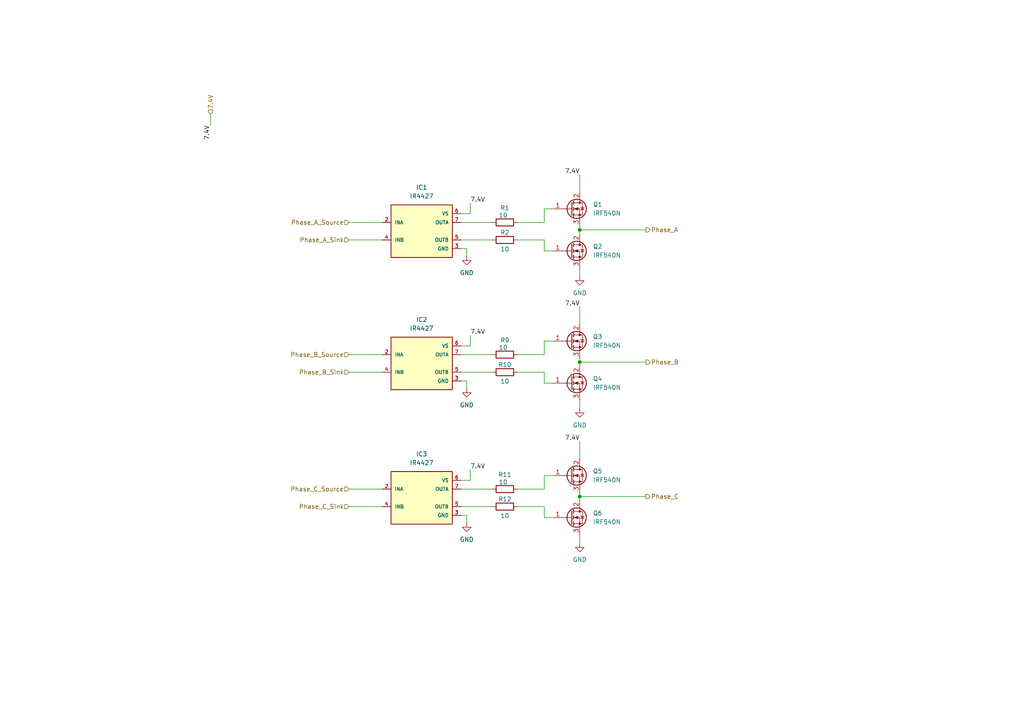
<source format=kicad_sch>
(kicad_sch (version 20230121) (generator eeschema)
  (paper "A4")
  (lib_symbols
    (symbol "Device:R" (pin_numbers hide) (pin_names (offset 0))
      (property "Reference" "R" (at 2.032 0 90))
      (property "Value" "R" (at 0 0 90))
      (symbol "R_0_1"
        (rectangle (start -1.016 -2.54) (end 1.016 2.54) (stroke (width 0.254)))
      )
      (symbol "R_1_1"
        (pin passive line (at 0 3.81 270) (length 1.27) (name "~") (number "1"))
        (pin passive line (at 0 -3.81 90) (length 1.27) (name "~") (number "2"))
      )
    )
    (symbol "SmallSat-Peripherals-Board:IR4427" (pin_names (offset 1.016))
      (property "Reference" "IC" (at -7.62 8.89 0))
      (property "Value" "IR4427" (at -7.62 -10.16 0))
      (symbol "IR4427_0_0"
        (rectangle (start -7.62 -7.62) (end 10.16 7.62) (stroke (width 0.254)) (fill (type background)))
        (pin input line (at -10.16 2.54 0) (length 2.54) (name "INA") (number "2"))
        (pin power_in line (at 12.7 -5.08 180) (length 2.54) (name "GND") (number "3"))
        (pin input line (at -10.16 -2.54 0) (length 2.54) (name "INB") (number "4"))
        (pin output line (at 12.7 -2.54 180) (length 2.54) (name "OUTB") (number "5"))
        (pin power_in line (at 12.7 5.08 180) (length 2.54) (name "VS") (number "6"))
        (pin output line (at 12.7 2.54 180) (length 2.54) (name "OUTA") (number "7"))
      )
    )
    (symbol "Transistor_FET:IRF540N" (pin_names hide)
      (property "Reference" "Q" (at 5.08 1.905 0))
      (property "Value" "IRF540N" (at 5.08 0 0))
      (symbol "IRF540N_0_1"
        (polyline (pts (xy 0.254 0) (xy -2.54 0)))
        (polyline (pts (xy 0.254 1.905) (xy 0.254 -1.905)) (stroke (width 0.254)))
        (polyline (pts (xy 0.762 -1.27) (xy 0.762 -2.286)) (stroke (width 0.254)))
        (polyline (pts (xy 0.762 0.508) (xy 0.762 -0.508)) (stroke (width 0.254)))
        (polyline (pts (xy 0.762 2.286) (xy 0.762 1.27)) (stroke (width 0.254)))
        (polyline (pts (xy 2.54 2.54) (xy 2.54 1.778)))
        (polyline (pts (xy 2.54 -2.54) (xy 2.54 0) (xy 0.762 0)))
        (polyline (pts (xy 0.762 -1.778) (xy 3.302 -1.778) (xy 3.302 1.778) (xy 0.762 1.778)))
        (polyline (pts (xy 1.016 0) (xy 2.032 0.381) (xy 2.032 -0.381) (xy 1.016 0)) (fill (type outline)))
        (polyline (pts (xy 2.794 0.508) (xy 2.921 0.381) (xy 3.683 0.381) (xy 3.81 0.254)))
        (polyline (pts (xy 3.302 0.381) (xy 2.921 -0.254) (xy 3.683 -0.254) (xy 3.302 0.381)))
        (circle (center 1.651 0) (radius 2.794) (stroke (width 0.254)))
        (circle (center 2.54 -1.778) (radius 0.254) (fill (type outline)))
        (circle (center 2.54 1.778) (radius 0.254) (fill (type outline)))
      )
      (symbol "IRF540N_1_1"
        (pin input line (at -5.08 0 0) (length 2.54) (name "G") (number "1"))
        (pin passive line (at 2.54 5.08 270) (length 2.54) (name "D") (number "2"))
        (pin passive line (at 2.54 -5.08 90) (length 2.54) (name "S") (number "3"))
      )
    )
    (symbol "power:GND" (power) (pin_names (offset 0))
      (property "Value" "GND" (at 0 -3.81 0))
      (symbol "GND_0_1"
        (polyline (pts (xy 0 0) (xy 0 -1.27) (xy 1.27 -1.27) (xy 0 -2.54) (xy -1.27 -1.27) (xy 0 -1.27)))
      )
      (symbol "GND_1_1"
        (pin power_in line (at 0 0 270) (length 0) hide (name "GND") (number "1"))
      )
    )
  )
  (junction (at 168.148 105.029))
  (junction (at 168.148 144.018))
  (junction (at 168.148 66.675))
  (wire (pts (xy 157.861 72.771) (xy 160.528 72.771)))
  (wire (pts (xy 133.731 139.319) (xy 136.398 139.319)))
  (wire (pts (xy 101.219 107.95) (xy 110.871 107.95)))
  (wire (pts (xy 168.148 104.013) (xy 168.148 105.029)))
  (wire (pts (xy 168.148 118.491) (xy 168.148 116.205)))
  (wire (pts (xy 133.731 146.939) (xy 142.621 146.939)))
  (wire (pts (xy 157.861 60.579) (xy 160.528 60.579)))
  (wire (pts (xy 168.148 143.002) (xy 168.148 144.018)))
  (wire (pts (xy 101.219 64.516) (xy 110.871 64.516)))
  (wire (pts (xy 150.241 107.95) (xy 157.861 107.95)))
  (wire (pts (xy 150.241 146.939) (xy 157.861 146.939)))
  (wire (pts (xy 157.861 64.516) (xy 157.861 60.579)))
  (wire (pts (xy 168.148 50.673) (xy 168.148 55.499)))
  (wire (pts (xy 168.148 105.029) (xy 187.325 105.029)))
  (wire (pts (xy 150.241 64.516) (xy 157.861 64.516)))
  (wire (pts (xy 133.731 69.596) (xy 142.621 69.596)))
  (wire (pts (xy 133.731 64.516) (xy 142.621 64.516)))
  (wire (pts (xy 168.148 157.48) (xy 168.148 155.194)))
  (wire (pts (xy 168.148 89.027) (xy 168.148 93.853)))
  (wire (pts (xy 168.148 66.675) (xy 168.148 67.691)))
  (wire (pts (xy 133.731 102.87) (xy 142.621 102.87)))
  (wire (pts (xy 61.087 33.147) (xy 61.087 36.322)))
  (wire (pts (xy 157.861 102.87) (xy 157.861 98.933)))
  (wire (pts (xy 133.731 72.136) (xy 135.382 72.136)))
  (wire (pts (xy 157.861 141.859) (xy 157.861 137.922)))
  (wire (pts (xy 168.148 66.675) (xy 187.325 66.675)))
  (wire (pts (xy 157.861 146.939) (xy 157.861 150.114)))
  (wire (pts (xy 136.398 139.319) (xy 136.398 136.271)))
  (wire (pts (xy 101.219 141.859) (xy 110.871 141.859)))
  (wire (pts (xy 135.382 72.136) (xy 135.382 74.295)))
  (wire (pts (xy 168.148 80.137) (xy 168.148 77.851)))
  (wire (pts (xy 150.241 102.87) (xy 157.861 102.87)))
  (wire (pts (xy 157.861 137.922) (xy 160.528 137.922)))
  (wire (pts (xy 168.148 128.016) (xy 168.148 132.842)))
  (wire (pts (xy 133.731 61.976) (xy 136.398 61.976)))
  (wire (pts (xy 101.219 102.87) (xy 110.871 102.87)))
  (wire (pts (xy 101.219 146.939) (xy 110.871 146.939)))
  (wire (pts (xy 157.861 150.114) (xy 160.528 150.114)))
  (wire (pts (xy 168.148 65.659) (xy 168.148 66.675)))
  (wire (pts (xy 135.382 149.479) (xy 135.382 151.638)))
  (wire (pts (xy 133.731 141.859) (xy 142.621 141.859)))
  (wire (pts (xy 136.398 100.33) (xy 136.398 97.282)))
  (wire (pts (xy 133.731 107.95) (xy 142.621 107.95)))
  (wire (pts (xy 168.148 105.029) (xy 168.148 106.045)))
  (wire (pts (xy 150.241 141.859) (xy 157.861 141.859)))
  (wire (pts (xy 133.731 110.49) (xy 135.382 110.49)))
  (wire (pts (xy 157.861 107.95) (xy 157.861 111.125)))
  (wire (pts (xy 133.731 100.33) (xy 136.398 100.33)))
  (wire (pts (xy 150.241 69.596) (xy 157.861 69.596)))
  (wire (pts (xy 157.861 98.933) (xy 160.528 98.933)))
  (wire (pts (xy 135.382 110.49) (xy 135.382 112.649)))
  (wire (pts (xy 168.148 144.018) (xy 187.325 144.018)))
  (wire (pts (xy 168.148 144.018) (xy 168.148 145.034)))
  (wire (pts (xy 101.219 69.596) (xy 110.871 69.596)))
  (wire (pts (xy 157.861 111.125) (xy 160.528 111.125)))
  (wire (pts (xy 133.731 149.479) (xy 135.382 149.479)))
  (wire (pts (xy 157.861 69.596) (xy 157.861 72.771)))
  (wire (pts (xy 136.398 61.976) (xy 136.398 58.928)))
  (label "7.4V" (at 136.398 58.928 0))
  (label "7.4V" (at 136.398 97.282 0))
  (label "7.4V" (at 61.087 36.322 270))
  (label "7.4V" (at 168.148 128.016 180))
  (label "7.4V" (at 168.148 89.027 180))
  (label "7.4V" (at 136.398 136.271 0))
  (label "7.4V" (at 168.148 50.673 180))
  (hierarchical_label "Phase_A_Sink" (shape input) (at 101.219 69.596 180))
  (hierarchical_label "Phase_C_Source" (shape input) (at 101.219 141.859 180))
  (hierarchical_label "Phase_B_Sink" (shape input) (at 101.219 107.95 180))
  (hierarchical_label "7.4V" (shape input) (at 61.087 33.147 90))
  (hierarchical_label "Phase_B_Source" (shape input) (at 101.219 102.87 180))
  (hierarchical_label "Phase_C_Sink" (shape input) (at 101.219 146.939 180))
  (hierarchical_label "Phase_A_Source" (shape input) (at 101.219 64.516 180))
  (hierarchical_label "Phase_B" (shape output) (at 187.325 105.029 0))
  (hierarchical_label "Phase_C" (shape output) (at 187.325 144.018 0))
  (hierarchical_label "Phase_A" (shape output) (at 187.325 66.675 0))
  (symbol (lib_id "SmallSat-Peripherals-Board:IR4427") (at 121.031 144.399 0) (unit 1)
    (property "Reference" "IC3" (at 122.301 131.699 0))
    (property "Value" "IR4427" (at 122.301 134.239 0))
    (property "Datasheet" "https://www.infineon.com/dgdl/ir4426.pdf?fileId=5546d462533600a4015355d60b491822" (effects hide))
    (property "MF" "Infineon Technologies" (effects hide))
    (property "Description" "\nLow-Side Gate Driver IC Non-Inverting 8-PDIP\n" (effects hide))
    (property "Package" "DIP-8 Infineon Technologies" (effects hide))
    (property "MPN" "IR4427STRPBF" (effects hide))
    (property "Price" "None" (effects hide))
    (property "OC_FARNELL" "8639094" (effects hide))
    (property "SnapEDA_Link" "https://www.snapeda.com/parts/IR4427/Infineon+Technologies/view-part/?ref=snap" (effects hide))
    (property "MP" "IR4427" (effects hide))
    (property "OC_NEWARK" "63J7933" (effects hide))
    (property "Availability" "In Stock" (effects hide))
    (property "Check_prices" "https://www.snapeda.com/parts/IR4427/Infineon+Technologies/view-part/?ref=eda" (effects hide))
  )
  (symbol (lib_id "power:GND") (at 168.148 157.48 0) (unit 1)
    (property "Reference" "#PWR011" (effects hide))
    (property "Value" "GND" (at 168.148 162.306 0))
  )
  (symbol (lib_id "Device:R") (at 146.431 107.95 90) (unit 1)
    (property "Reference" "R10" (at 146.431 105.791 90))
    (property "Value" "10" (at 146.431 110.617 90))
  )
  (symbol (lib_id "power:GND") (at 168.148 80.137 0) (unit 1)
    (property "Reference" "#PWR09" (effects hide))
    (property "Value" "GND" (at 168.148 84.963 0))
  )
  (symbol (lib_id "SmallSat-Peripherals-Board:IR4427") (at 121.031 67.056 0) (unit 1)
    (property "Reference" "IC1" (at 122.301 54.356 0))
    (property "Value" "IR4427" (at 122.301 56.896 0))
    (property "Datasheet" "https://www.infineon.com/dgdl/ir4426.pdf?fileId=5546d462533600a4015355d60b491822" (effects hide))
    (property "MF" "Infineon Technologies" (effects hide))
    (property "Description" "\nLow-Side Gate Driver IC Non-Inverting 8-PDIP\n" (effects hide))
    (property "Package" "DIP-8 Infineon Technologies" (effects hide))
    (property "MPN" "IR4427STRPBF" (effects hide))
    (property "Price" "None" (effects hide))
    (property "OC_FARNELL" "8639094" (effects hide))
    (property "SnapEDA_Link" "https://www.snapeda.com/parts/IR4427/Infineon+Technologies/view-part/?ref=snap" (effects hide))
    (property "MP" "IR4427" (effects hide))
    (property "OC_NEWARK" "63J7933" (effects hide))
    (property "Availability" "In Stock" (effects hide))
    (property "Check_prices" "https://www.snapeda.com/parts/IR4427/Infineon+Technologies/view-part/?ref=eda" (effects hide))
  )
  (symbol (lib_id "Transistor_FET:IRF540N") (at 165.608 150.114 0) (unit 1)
    (property "Reference" "Q6" (at 171.958 148.844 0) (effects (justify left)))
    (property "Value" "IRF540N" (at 171.958 151.384 0) (effects (justify left)))
    (property "Footprint" "Package_TO_SOT_THT:TO-220-3_Vertical" (effects hide))
    (property "Datasheet" "http://www.irf.com/product-info/datasheets/data/irf540n.pdf" (effects hide))
  )
  (symbol (lib_id "Device:R") (at 146.431 69.596 90) (unit 1)
    (property "Reference" "R2" (at 146.431 67.437 90))
    (property "Value" "10" (at 146.431 72.263 90))
  )
  (symbol (lib_id "Device:R") (at 146.431 141.859 90) (unit 1)
    (property "Reference" "R11" (at 146.431 137.668 90))
    (property "Value" "10 " (at 146.431 139.827 90))
  )
  (symbol (lib_id "Transistor_FET:IRF540N") (at 165.608 137.922 0) (unit 1)
    (property "Reference" "Q5" (at 171.958 136.652 0) (effects (justify left)))
    (property "Value" "IRF540N" (at 171.958 139.192 0) (effects (justify left)))
    (property "Footprint" "Package_TO_SOT_THT:TO-220-3_Vertical" (effects hide))
    (property "Datasheet" "http://www.irf.com/product-info/datasheets/data/irf540n.pdf" (effects hide))
  )
  (symbol (lib_id "power:GND") (at 135.382 112.649 0) (unit 1)
    (property "Reference" "#PWR04" (effects hide))
    (property "Value" "GND" (at 135.382 117.475 0))
  )
  (symbol (lib_id "power:GND") (at 135.382 151.638 0) (unit 1)
    (property "Reference" "#PWR08" (effects hide))
    (property "Value" "GND" (at 135.382 156.464 0))
  )
  (symbol (lib_id "Transistor_FET:IRF540N") (at 165.608 72.771 0) (unit 1)
    (property "Reference" "Q2" (at 171.958 71.501 0) (effects (justify left)))
    (property "Value" "IRF540N" (at 171.958 74.041 0) (effects (justify left)))
    (property "Footprint" "Package_TO_SOT_THT:TO-220-3_Vertical" (effects hide))
    (property "Datasheet" "http://www.irf.com/product-info/datasheets/data/irf540n.pdf" (effects hide))
  )
  (symbol (lib_id "power:GND") (at 135.382 74.295 0) (unit 1)
    (property "Reference" "#PWR03" (effects hide))
    (property "Value" "GND" (at 135.382 79.121 0))
  )
  (symbol (lib_id "SmallSat-Peripherals-Board:IR4427") (at 121.031 105.41 0) (unit 1)
    (property "Reference" "IC2" (at 122.301 92.71 0))
    (property "Value" "IR4427" (at 122.301 95.25 0))
    (property "Datasheet" "https://www.infineon.com/dgdl/ir4426.pdf?fileId=5546d462533600a4015355d60b491822" (effects hide))
    (property "MF" "Infineon Technologies" (effects hide))
    (property "Description" "\nLow-Side Gate Driver IC Non-Inverting 8-PDIP\n" (effects hide))
    (property "Package" "DIP-8 Infineon Technologies" (effects hide))
    (property "MPN" "IR4427STRPBF" (effects hide))
    (property "Price" "None" (effects hide))
    (property "OC_FARNELL" "8639094" (effects hide))
    (property "SnapEDA_Link" "https://www.snapeda.com/parts/IR4427/Infineon+Technologies/view-part/?ref=snap" (effects hide))
    (property "MP" "IR4427" (effects hide))
    (property "OC_NEWARK" "63J7933" (effects hide))
    (property "Availability" "In Stock" (effects hide))
    (property "Check_prices" "https://www.snapeda.com/parts/IR4427/Infineon+Technologies/view-part/?ref=eda" (effects hide))
  )
  (symbol (lib_id "Transistor_FET:IRF540N") (at 165.608 98.933 0) (unit 1)
    (property "Reference" "Q3" (at 171.958 97.663 0) (effects (justify left)))
    (property "Value" "IRF540N" (at 171.958 100.203 0) (effects (justify left)))
    (property "Footprint" "Package_TO_SOT_THT:TO-220-3_Vertical" (effects hide))
    (property "Datasheet" "http://www.irf.com/product-info/datasheets/data/irf540n.pdf" (effects hide))
  )
  (symbol (lib_id "power:GND") (at 168.148 118.491 0) (unit 1)
    (property "Reference" "#PWR010" (effects hide))
    (property "Value" "GND" (at 168.148 123.317 0))
  )
  (symbol (lib_id "Transistor_FET:IRF540N") (at 165.608 111.125 0) (unit 1)
    (property "Reference" "Q4" (at 171.958 109.855 0) (effects (justify left)))
    (property "Value" "IRF540N" (at 171.958 112.395 0) (effects (justify left)))
    (property "Footprint" "Package_TO_SOT_THT:TO-220-3_Vertical" (effects hide))
    (property "Datasheet" "http://www.irf.com/product-info/datasheets/data/irf540n.pdf" (effects hide))
  )
  (symbol (lib_id "Device:R") (at 146.431 64.516 90) (unit 1)
    (property "Reference" "R1" (at 146.431 60.325 90))
    (property "Value" "10 " (at 146.431 62.484 90))
  )
  (symbol (lib_id "Device:R") (at 146.431 146.939 90) (unit 1)
    (property "Reference" "R12" (at 146.431 144.78 90))
    (property "Value" "10" (at 146.431 149.606 90))
  )
  (symbol (lib_id "Device:R") (at 146.431 102.87 90) (unit 1)
    (property "Reference" "R9" (at 146.431 98.679 90))
    (property "Value" "10 " (at 146.431 100.838 90))
  )
  (symbol (lib_id "Transistor_FET:IRF540N") (at 165.608 60.579 0) (unit 1)
    (property "Reference" "Q1" (at 171.958 59.309 0) (effects (justify left)))
    (property "Value" "IRF540N" (at 171.958 61.849 0) (effects (justify left)))
    (property "Footprint" "Package_TO_SOT_THT:TO-220-3_Vertical" (effects hide))
    (property "Datasheet" "http://www.irf.com/product-info/datasheets/data/irf540n.pdf" (effects hide))
  )
)
</source>
